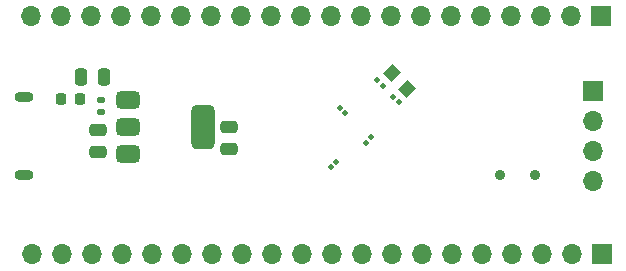
<source format=gbs>
%TF.GenerationSoftware,KiCad,Pcbnew,8.0.6*%
%TF.CreationDate,2025-02-01T08:29:43+02:00*%
%TF.ProjectId,stm32,73746d33-322e-46b6-9963-61645f706362,rev?*%
%TF.SameCoordinates,Original*%
%TF.FileFunction,Soldermask,Bot*%
%TF.FilePolarity,Negative*%
%FSLAX46Y46*%
G04 Gerber Fmt 4.6, Leading zero omitted, Abs format (unit mm)*
G04 Created by KiCad (PCBNEW 8.0.6) date 2025-02-01 08:29:43*
%MOMM*%
%LPD*%
G01*
G04 APERTURE LIST*
G04 Aperture macros list*
%AMRoundRect*
0 Rectangle with rounded corners*
0 $1 Rounding radius*
0 $2 $3 $4 $5 $6 $7 $8 $9 X,Y pos of 4 corners*
0 Add a 4 corners polygon primitive as box body*
4,1,4,$2,$3,$4,$5,$6,$7,$8,$9,$2,$3,0*
0 Add four circle primitives for the rounded corners*
1,1,$1+$1,$2,$3*
1,1,$1+$1,$4,$5*
1,1,$1+$1,$6,$7*
1,1,$1+$1,$8,$9*
0 Add four rect primitives between the rounded corners*
20,1,$1+$1,$2,$3,$4,$5,0*
20,1,$1+$1,$4,$5,$6,$7,0*
20,1,$1+$1,$6,$7,$8,$9,0*
20,1,$1+$1,$8,$9,$2,$3,0*%
%AMRotRect*
0 Rectangle, with rotation*
0 The origin of the aperture is its center*
0 $1 length*
0 $2 width*
0 $3 Rotation angle, in degrees counterclockwise*
0 Add horizontal line*
21,1,$1,$2,0,0,$3*%
G04 Aperture macros list end*
%ADD10O,1.600000X0.900000*%
%ADD11R,1.700000X1.700000*%
%ADD12O,1.700000X1.700000*%
%ADD13C,0.900000*%
%ADD14RoundRect,0.100000X-0.021213X-0.162635X0.162635X0.021213X0.021213X0.162635X-0.162635X-0.021213X0*%
%ADD15RoundRect,0.100000X-0.162635X0.021213X0.021213X-0.162635X0.162635X-0.021213X-0.021213X0.162635X0*%
%ADD16RoundRect,0.250000X-0.475000X0.250000X-0.475000X-0.250000X0.475000X-0.250000X0.475000X0.250000X0*%
%ADD17RoundRect,0.100000X0.162635X-0.021213X-0.021213X0.162635X-0.162635X0.021213X0.021213X-0.162635X0*%
%ADD18RoundRect,0.135000X0.185000X-0.135000X0.185000X0.135000X-0.185000X0.135000X-0.185000X-0.135000X0*%
%ADD19RoundRect,0.100000X0.021213X0.162635X-0.162635X-0.021213X-0.021213X-0.162635X0.162635X0.021213X0*%
%ADD20RoundRect,0.375000X-0.625000X-0.375000X0.625000X-0.375000X0.625000X0.375000X-0.625000X0.375000X0*%
%ADD21RoundRect,0.500000X-0.500000X-1.400000X0.500000X-1.400000X0.500000X1.400000X-0.500000X1.400000X0*%
%ADD22RoundRect,0.218750X-0.218750X-0.256250X0.218750X-0.256250X0.218750X0.256250X-0.218750X0.256250X0*%
%ADD23RoundRect,0.250000X0.250000X0.475000X-0.250000X0.475000X-0.250000X-0.475000X0.250000X-0.475000X0*%
%ADD24RotRect,1.050000X1.100000X315.000000*%
G04 APERTURE END LIST*
D10*
%TO.C,J2*%
X108750000Y-68950000D03*
X108750000Y-75550000D03*
%TD*%
D11*
%TO.C,J3*%
X156875000Y-68480000D03*
D12*
X156875000Y-71020000D03*
X156875000Y-73560000D03*
X156875000Y-76100000D03*
%TD*%
D13*
%TO.C,SW2*%
X149000000Y-75600000D03*
X152000000Y-75600000D03*
%TD*%
D14*
%TO.C,C17*%
X134673726Y-74926274D03*
X135126274Y-74473726D03*
%TD*%
D15*
%TO.C,C21*%
X135473726Y-69873726D03*
X135926274Y-70326274D03*
%TD*%
D16*
%TO.C,C16*%
X115000000Y-71750000D03*
X115000000Y-73650000D03*
%TD*%
D11*
%TO.C,J4*%
X157620000Y-82300000D03*
D12*
X155080000Y-82300000D03*
X152540000Y-82300000D03*
X150000000Y-82300000D03*
X147460000Y-82300000D03*
X144920000Y-82300000D03*
X142380000Y-82300000D03*
X139840000Y-82300000D03*
X137300000Y-82300000D03*
X134760000Y-82300000D03*
X132220000Y-82300000D03*
X129680000Y-82300000D03*
X127140000Y-82300000D03*
X124600000Y-82300000D03*
X122060000Y-82300000D03*
X119520000Y-82300000D03*
X116980000Y-82300000D03*
X114440000Y-82300000D03*
X111900000Y-82300000D03*
X109360000Y-82300000D03*
%TD*%
D17*
%TO.C,C12*%
X140426274Y-69426274D03*
X139973726Y-68973726D03*
%TD*%
D18*
%TO.C,R8*%
X115200000Y-70210000D03*
X115200000Y-69190000D03*
%TD*%
D15*
%TO.C,C13*%
X138647452Y-67547452D03*
X139100000Y-68000000D03*
%TD*%
D16*
%TO.C,C6*%
X126100000Y-71500000D03*
X126100000Y-73400000D03*
%TD*%
D19*
%TO.C,C18*%
X138126274Y-72373726D03*
X137673726Y-72826274D03*
%TD*%
D20*
%TO.C,U2*%
X117550000Y-73800000D03*
X117550000Y-71500000D03*
D21*
X123850000Y-71500000D03*
D20*
X117550000Y-69200000D03*
%TD*%
D22*
%TO.C,D5*%
X111850000Y-69150000D03*
X113425000Y-69150000D03*
%TD*%
D11*
%TO.C,J5*%
X157600000Y-62100000D03*
D12*
X155060000Y-62100000D03*
X152520000Y-62100000D03*
X149980000Y-62100000D03*
X147440000Y-62100000D03*
X144900000Y-62100000D03*
X142360000Y-62100000D03*
X139820000Y-62100000D03*
X137280000Y-62100000D03*
X134740000Y-62100000D03*
X132200000Y-62100000D03*
X129660000Y-62100000D03*
X127120000Y-62100000D03*
X124580000Y-62100000D03*
X122040000Y-62100000D03*
X119500000Y-62100000D03*
X116960000Y-62100000D03*
X114420000Y-62100000D03*
X111880000Y-62100000D03*
X109340000Y-62100000D03*
%TD*%
D23*
%TO.C,C4*%
X115450000Y-67250000D03*
X113550000Y-67250000D03*
%TD*%
D24*
%TO.C,Y1*%
X139845926Y-66945926D03*
X141154074Y-68254074D03*
%TD*%
M02*

</source>
